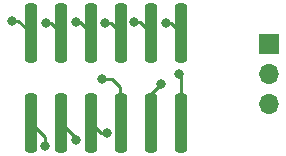
<source format=gbr>
%TF.GenerationSoftware,KiCad,Pcbnew,(6.0.11)*%
%TF.CreationDate,2024-01-05T00:57:41+00:00*%
%TF.ProjectId,Econet_ID_Extender_Internal,45636f6e-6574-45f4-9944-5f457874656e,rev?*%
%TF.SameCoordinates,Original*%
%TF.FileFunction,Copper,L1,Top*%
%TF.FilePolarity,Positive*%
%FSLAX46Y46*%
G04 Gerber Fmt 4.6, Leading zero omitted, Abs format (unit mm)*
G04 Created by KiCad (PCBNEW (6.0.11)) date 2024-01-05 00:57:41*
%MOMM*%
%LPD*%
G01*
G04 APERTURE LIST*
G04 Aperture macros list*
%AMRoundRect*
0 Rectangle with rounded corners*
0 $1 Rounding radius*
0 $2 $3 $4 $5 $6 $7 $8 $9 X,Y pos of 4 corners*
0 Add a 4 corners polygon primitive as box body*
4,1,4,$2,$3,$4,$5,$6,$7,$8,$9,$2,$3,0*
0 Add four circle primitives for the rounded corners*
1,1,$1+$1,$2,$3*
1,1,$1+$1,$4,$5*
1,1,$1+$1,$6,$7*
1,1,$1+$1,$8,$9*
0 Add four rect primitives between the rounded corners*
20,1,$1+$1,$2,$3,$4,$5,0*
20,1,$1+$1,$4,$5,$6,$7,0*
20,1,$1+$1,$6,$7,$8,$9,0*
20,1,$1+$1,$8,$9,$2,$3,0*%
G04 Aperture macros list end*
%TA.AperFunction,ComponentPad*%
%ADD10R,1.700000X1.700000*%
%TD*%
%TA.AperFunction,ComponentPad*%
%ADD11O,1.700000X1.700000*%
%TD*%
%TA.AperFunction,SMDPad,CuDef*%
%ADD12RoundRect,0.255000X0.255000X-2.245000X0.255000X2.245000X-0.255000X2.245000X-0.255000X-2.245000X0*%
%TD*%
%TA.AperFunction,ViaPad*%
%ADD13C,0.800000*%
%TD*%
%TA.AperFunction,Conductor*%
%ADD14C,0.250000*%
%TD*%
G04 APERTURE END LIST*
D10*
%TO.P,J3,1,Pin_1*%
%TO.N,/I_AUD1*%
X158080000Y-89700000D03*
D11*
%TO.P,J3,2,Pin_2*%
%TO.N,/I_AUD2*%
X158080000Y-92240000D03*
%TO.P,J3,3,Pin_3*%
%TO.N,/I_AUD3*%
X158080000Y-94780000D03*
%TD*%
D12*
%TO.P,J1,1,Pin_1*%
%TO.N,/I_AUD3*%
X137874996Y-96374996D03*
%TO.P,J1,2,Pin_2*%
%TO.N,/I_SID_0*%
X137874996Y-88774996D03*
%TO.P,J1,3,Pin_3*%
%TO.N,/I_AUD2*%
X140414996Y-96374996D03*
%TO.P,J1,4,Pin_4*%
%TO.N,/I_SID_1*%
X140414996Y-88774996D03*
%TO.P,J1,5,Pin_5*%
%TO.N,/I_AUD1*%
X142954996Y-96374996D03*
%TO.P,J1,6,Pin_6*%
%TO.N,/I_SID_2*%
X142954996Y-88774996D03*
%TO.P,J1,7,Pin_7*%
%TO.N,/I_GND*%
X145494996Y-96374996D03*
%TO.P,J1,8,Pin_8*%
%TO.N,/I_SID_3*%
X145494996Y-88774996D03*
%TO.P,J1,9,Pin_9*%
%TO.N,/I_SID_7*%
X148034996Y-96374996D03*
%TO.P,J1,10,Pin_10*%
%TO.N,/I_SID_4*%
X148034996Y-88774996D03*
%TO.P,J1,11,Pin_11*%
%TO.N,/I_SID_6*%
X150574996Y-96374996D03*
%TO.P,J1,12,Pin_12*%
%TO.N,/I_SID_5*%
X150574996Y-88774996D03*
%TD*%
D13*
%TO.N,/I_SID_7*%
X148930000Y-93080000D03*
%TO.N,/I_SID_6*%
X150430000Y-92280000D03*
%TO.N,/I_SID_5*%
X149322205Y-87944272D03*
%TO.N,/I_SID_4*%
X146640000Y-87860000D03*
%TO.N,/I_SID_3*%
X144170000Y-87940000D03*
%TO.N,/I_GND*%
X143910000Y-92650000D03*
%TO.N,/I_SID_2*%
X141730000Y-87880000D03*
%TO.N,/I_SID_1*%
X139170000Y-87940000D03*
%TO.N,/I_SID_0*%
X136255000Y-87725000D03*
%TO.N,/I_AUD3*%
X139110000Y-98360000D03*
%TO.N,/I_AUD2*%
X141734500Y-97855500D03*
%TO.N,/I_AUD1*%
X144340000Y-97235500D03*
%TD*%
D14*
%TO.N,/I_SID_7*%
X148034996Y-93975004D02*
X148930000Y-93080000D01*
X148034996Y-96374996D02*
X148034996Y-93975004D01*
%TO.N,/I_SID_6*%
X150430000Y-92280000D02*
X150574996Y-92424996D01*
X150574996Y-92424996D02*
X150574996Y-96374996D01*
%TO.N,/I_SID_5*%
X149744272Y-87944272D02*
X150574996Y-88774996D01*
X149322205Y-87944272D02*
X149744272Y-87944272D01*
%TO.N,/I_SID_4*%
X147120000Y-87860000D02*
X148034996Y-88774996D01*
X146640000Y-87860000D02*
X147120000Y-87860000D01*
%TO.N,/I_SID_3*%
X144170000Y-87940000D02*
X144660000Y-87940000D01*
X144660000Y-87940000D02*
X145494996Y-88774996D01*
%TO.N,/I_GND*%
X144740000Y-92650000D02*
X143910000Y-92650000D01*
X145494996Y-95594752D02*
X145450000Y-95549756D01*
X145494996Y-96374996D02*
X145494996Y-95594752D01*
X145450000Y-93360000D02*
X144740000Y-92650000D01*
X145450000Y-95549756D02*
X145450000Y-93360000D01*
%TO.N,/I_SID_2*%
X141730000Y-87880000D02*
X142060000Y-87880000D01*
X142060000Y-87880000D02*
X142954996Y-88774996D01*
%TO.N,/I_SID_1*%
X140414996Y-88774996D02*
X139580000Y-87940000D01*
X139580000Y-87940000D02*
X139170000Y-87940000D01*
%TO.N,/I_SID_0*%
X136825000Y-87725000D02*
X136255000Y-87725000D01*
X137874996Y-88774996D02*
X136825000Y-87725000D01*
%TO.N,/I_AUD3*%
X139110000Y-97610000D02*
X137874996Y-96374996D01*
X139110000Y-98360000D02*
X139110000Y-97610000D01*
%TO.N,/I_AUD2*%
X141734500Y-97694500D02*
X141734500Y-97855500D01*
X140414996Y-96374996D02*
X141734500Y-97694500D01*
%TO.N,/I_AUD1*%
X143815500Y-97235500D02*
X144340000Y-97235500D01*
X142954996Y-96374996D02*
X143815500Y-97235500D01*
%TD*%
M02*

</source>
